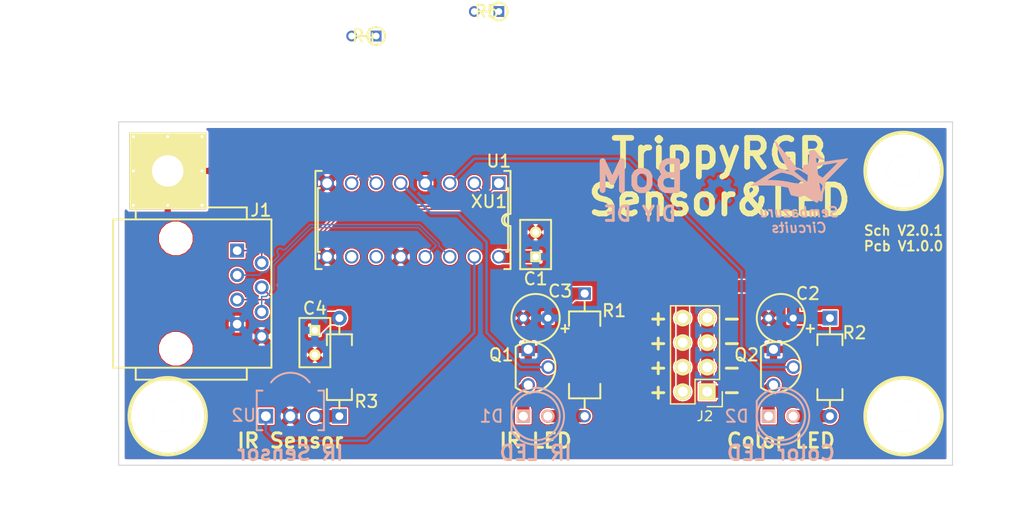
<source format=kicad_pcb>
(kicad_pcb (version 4) (host pcbnew 4.0.5)
  (title_block (date 2016-10-17) (rev 1.0.0))
  (layers (0 F.Cu signal) (31 B.Cu signal) (34 B.Paste user) (35 F.Paste user) (36 B.SilkS user) (37 F.SilkS user) (38 B.Mask user) (39 F.Mask user) (44 Edge.Cuts user))
  (net 0 "")
  (net 1 +5V)
  (net 2 GND)
  (net 3 "Net-(D1-Pad1)")
  (net 4 "Net-(D1-Pad2)")
  (net 5 "Net-(D2-Pad1)")
  (net 6 "Net-(D2-Pad2)")
  (net 7 /~IR_Osc+)
  (net 8 /~IR_Osc-)
  (net 9 /~Sensor+)
  (net 10 /LED+)
  (net 11 /LED-)
  (net 12 /~Sensor-)
  (net 13 /LED)
  (net 14 /~IR_Osc)
  (net 15 /~Sensor)
  (net 16 "Net-(R3-Pad1)")
  (module ipc-7251TH-non-standard:TO_VISHAY_TSOP3nnnnn (layer B.Cu) (at 132.08 114.3)
    (fp_text reference U2 (at -2.286 -0.092) (layer B.SilkS) (effects (font (size 1.27 1.27) (thickness 0.2032)) (justify mirror)))
    (fp_text value TSOP32138)
    (pad 1 thru_hole rect (at 0 0) (size 1.52 1.52) (drill 1.01) (layers *.Cu *.Mask) (net 15 /~Sensor))
    (pad 2 thru_hole circle (at 2.54 0) (size 1.52 1.52) (drill 1.01) (layers *.Cu *.Mask) (net 2 GND))
    (pad 3 thru_hole circle (at 5.08 0) (size 1.52 1.52) (drill 1.01) (layers *.Cu *.Mask) (net 16 "Net-(R3-Pad1)"))
  )
  (module ipc-7251TH-standard:RESAD1270W60L900D323 (layer F.Cu) (at 165.1 101.6 270)
    (fp_text reference R1 (at 1.778 -3.048 360) (layer F.SilkS) (effects (font (size 1.27 1.27) (thickness 0.2032))))
    (fp_text value "33Ω 1/2W")
    (pad 1 thru_hole rect (at 0 0 270) (size 1.28 1.28) (drill 0.85) (layers *.Cu *.Mask) (net 1 +5V))
    (pad 2 thru_hole circle (at 12.7 0 270) (size 1.28 1.28) (drill 0.85) (layers *.Cu *.Mask) (net 4 "Net-(D1-Pad2)"))
  )
  (module ipc-7251TH-standard:RESAD1016W56L681D259 (layer F.Cu) (at 190.5 109.22 270)
    (fp_text reference R2 (at -3.556 -2.54 360) (layer F.SilkS) (effects (font (size 1.27 1.27) (thickness 0.2032))))
    (fp_text value 180Ω)
    (pad 1 thru_hole rect (at -5.08 0 270) (size 1.53 1.53) (drill 0.8128) (layers *.Cu *.Mask) (net 1 +5V))
    (pad 2 thru_hole circle (at 5.08 0 270) (size 1.53 1.53) (drill 0.8128) (layers *.Cu *.Mask) (net 6 "Net-(D2-Pad2)"))
  )
  (module ipc-7251TH-standard:RESAD1016W56L681D259 (layer F.Cu) (at 139.7 109.22 90)
    (fp_text reference R3 (at -3.556 2.794 180) (layer F.SilkS) (effects (font (size 1.27 1.27) (thickness 0.2032))))
    (fp_text value 180Ω)
    (pad 1 thru_hole rect (at -5.08 0 90) (size 1.53 1.53) (drill 0.8128) (layers *.Cu *.Mask) (net 16 "Net-(R3-Pad1)"))
    (pad 2 thru_hole circle (at 5.08 0 90) (size 1.53 1.53) (drill 0.8128) (layers *.Cu *.Mask) (net 1 +5V))
  )
  (module ipc-7251TH-standard:LEDRD254W50D500H960P (layer B.Cu) (at 185.42 114.3)
    (fp_text reference D2 (at -4.572 0) (layer B.SilkS) (effects (font (size 1.27 1.27) (thickness 0.2032)) (justify mirror)))
    (fp_text value "RGB Slow Flashing")
    (pad 1 thru_hole rect (at -1.27 0) (size 1.4 1.4) (drill 0.93) (layers *.Cu *.Mask B.SilkS) (net 5 "Net-(D2-Pad1)"))
    (pad 2 thru_hole circle (at 1.27 0) (size 1.4 1.4) (drill 0.93) (layers *.Cu *.Mask B.SilkS) (net 6 "Net-(D2-Pad2)"))
  )
  (module ipc-7251TH-standard:LEDRD254W50D500H960P (layer B.Cu) (at 160.02 114.3)
    (fp_text reference D1 (at -4.572 0) (layer B.SilkS) (effects (font (size 1.27 1.27) (thickness 0.2032)) (justify mirror)))
    (fp_text value "IR 950nm")
    (pad 1 thru_hole rect (at -1.27 0) (size 1.4 1.4) (drill 0.93) (layers *.Cu *.Mask B.SilkS) (net 3 "Net-(D1-Pad1)"))
    (pad 2 thru_hole circle (at 1.27 0) (size 1.4 1.4) (drill 0.93) (layers *.Cu *.Mask B.SilkS) (net 4 "Net-(D1-Pad2)"))
  )
  (module ipc-7251TH-standard:CAPRR254W51L508T318H660P (layer F.Cu) (at 160.02 96.52 90)
    (fp_text reference C1 (at -3.556 0 360) (layer F.SilkS) (effects (font (size 1.27 1.27) (thickness 0.2032))))
    (fp_text value 0.1µF)
    (pad 1 thru_hole rect (at -1.27 0 90) (size 1.12014 1.12014) (drill 0.70104) (layers *.Cu *.Mask F.SilkS) (net 1 +5V))
    (pad 2 thru_hole circle (at 1.27 0 90) (size 1.19888 1.19888) (drill 0.70104) (layers *.Cu *.Mask F.SilkS) (net 2 GND))
  )
  (module Pin_Headers:Pin_Header_Straight_2x04 (layer F.Cu) (at 177.8 111.76 180)
    (fp_text reference J2 (at 0.254 -2.54 180) (layer F.SilkS))
    (fp_text value CONN_02X04)
    (pad 1 thru_hole rect (at 0 0 180) (size 1.7272 1.7272) (drill 1.016) (layers *.Cu *.Mask F.SilkS) (net 5 "Net-(D2-Pad1)"))
    (pad 2 thru_hole oval (at 2.54 0 180) (size 1.7272 1.7272) (drill 1.016) (layers *.Cu *.Mask F.SilkS) (net 1 +5V))
    (pad 3 thru_hole oval (at 0 2.54 180) (size 1.7272 1.7272) (drill 1.016) (layers *.Cu *.Mask F.SilkS) (net 5 "Net-(D2-Pad1)"))
    (pad 4 thru_hole oval (at 2.54 2.54 180) (size 1.7272 1.7272) (drill 1.016) (layers *.Cu *.Mask F.SilkS) (net 1 +5V))
    (pad 5 thru_hole oval (at 0 5.08 180) (size 1.7272 1.7272) (drill 1.016) (layers *.Cu *.Mask F.SilkS) (net 5 "Net-(D2-Pad1)"))
    (pad 6 thru_hole oval (at 2.54 5.08 180) (size 1.7272 1.7272) (drill 1.016) (layers *.Cu *.Mask F.SilkS) (net 1 +5V))
    (pad 7 thru_hole oval (at 0 7.62 180) (size 1.7272 1.7272) (drill 1.016) (layers *.Cu *.Mask F.SilkS) (net 5 "Net-(D2-Pad1)"))
    (pad 8 thru_hole oval (at 2.54 7.62 180) (size 1.7272 1.7272) (drill 1.016) (layers *.Cu *.Mask F.SilkS) (net 1 +5V))
  )
  (module ipc-7251TH-standard:MTGP794H326V8P (layer F.Cu) (at 121.92 88.9)
    (fp_text reference MH1 hide)
    (fp_text value "#4 PTH" hide)
    (pad 0 thru_hole rect (at 0 0) (size 7.94 7.94) (drill 3.26) (layers *.Cu *.Mask F.SilkS) (net 2 GND))
    (pad 0 thru_hole rect (at 0 3.556) (size 0.762 0.762) (drill 0.3048) (layers *.Cu *.Mask F.SilkS) (net 2 GND))
    (pad 0 thru_hole rect (at 3.556 3.556) (size 0.762 0.762) (drill 0.3048) (layers *.Cu *.Mask F.SilkS) (net 2 GND))
    (pad 0 thru_hole rect (at 3.556 0) (size 0.762 0.762) (drill 0.3048) (layers *.Cu *.Mask F.SilkS) (net 2 GND))
    (pad 0 thru_hole rect (at 3.556 -3.556) (size 0.762 0.762) (drill 0.3048) (layers *.Cu *.Mask F.SilkS) (net 2 GND))
    (pad 0 thru_hole rect (at 0 -3.556) (size 0.762 0.762) (drill 0.3048) (layers *.Cu *.Mask F.SilkS) (net 2 GND))
    (pad 0 thru_hole rect (at -3.556 -3.556) (size 0.762 0.762) (drill 0.3048) (layers *.Cu *.Mask F.SilkS) (net 2 GND))
    (pad 0 thru_hole rect (at -3.556 0) (size 0.762 0.762) (drill 0.3048) (layers *.Cu *.Mask F.SilkS) (net 2 GND))
    (pad 0 thru_hole rect (at -3.556 3.556) (size 0.762 0.762) (drill 0.3048) (layers *.Cu *.Mask F.SilkS) (net 2 GND))
  )
  (module ipc-7251TH-standard:MTGNP794H326Z794P (layer F.Cu) (at 198.12 114.3)
    (fp_text reference MH2 hide)
    (fp_text value "#4 NPTH" hide)
    (pad "" np_thru_hole circle (at 0 0) (size 3.26 3.26) (drill 3.26) (layers *.Cu *.Mask F.SilkS) (clearance 2.34))
  )
  (module ipc-7251TH-standard:MTGNP794H326Z794P (layer F.Cu) (at 121.92 114.3)
    (fp_text reference MH3 hide)
    (fp_text value "#4 NPTH" hide)
    (pad "" np_thru_hole circle (at 0 0) (size 3.26 3.26) (drill 3.26) (layers *.Cu *.Mask F.SilkS) (clearance 2.34))
  )
  (module ipc-7251TH-standard:MTGNP794H326Z794P (layer F.Cu) (at 198.12 88.9)
    (fp_text reference MH4 hide)
    (fp_text value "#4 NPTH" hide)
    (pad "" np_thru_hole circle (at 0 0) (size 3.26 3.26) (drill 3.26) (layers *.Cu *.Mask F.SilkS) (clearance 2.34))
  )
  (module ipc-7251TH-standard:TO92184P520H734-3 (layer F.Cu) (at 160.02 109.22 270)
    (fp_text reference Q1 (at -1.27 3.556 360) (layer F.SilkS) (effects (font (size 1.27 1.27) (thickness 0.2032))))
    (fp_text value VN3205)
    (pad 1 thru_hole rect (at -1.8415 0.7685 270) (size 1.41 1.41) (drill 0.94) (layers *.Cu *.Mask) (net 2 GND))
    (pad 2 thru_hole circle (at 0 -1.30175 270) (size 1.41 1.41) (drill 0.94) (layers *.Cu *.Mask) (net 14 /~IR_Osc))
    (pad 3 thru_hole circle (at 1.8415 0.7685 270) (size 1.41 1.41) (drill 0.94) (layers *.Cu *.Mask) (net 3 "Net-(D1-Pad1)"))
  )
  (module ipc-7251TH-standard:TO92184P520H734-3 (layer F.Cu) (at 185.42 109.22 270)
    (fp_text reference Q2 (at -1.27 3.556 360) (layer F.SilkS) (effects (font (size 1.27 1.27) (thickness 0.2032))))
    (fp_text value VN3205)
    (pad 1 thru_hole rect (at -1.8415 0.7685 270) (size 1.41 1.41) (drill 0.94) (layers *.Cu *.Mask) (net 2 GND))
    (pad 2 thru_hole circle (at 0 -1.30175 270) (size 1.41 1.41) (drill 0.94) (layers *.Cu *.Mask) (net 13 /LED))
    (pad 3 thru_hole circle (at 1.8415 0.7685 270) (size 1.41 1.41) (drill 0.94) (layers *.Cu *.Mask) (net 5 "Net-(D2-Pad1)"))
  )
  (module ipc-7251TH-standard:CAPRR254W51L508T318H660P (layer F.Cu) (at 137.16 106.68 270)
    (fp_text reference C4 (at -3.556 0 360) (layer F.SilkS) (effects (font (size 1.27 1.27) (thickness 0.2032))))
    (fp_text value 0.1µF)
    (pad 1 thru_hole rect (at -1.27 0 270) (size 1.12014 1.12014) (drill 0.70104) (layers *.Cu *.Mask F.SilkS) (net 1 +5V))
    (pad 2 thru_hole circle (at 1.27 0 270) (size 1.19888 1.19888) (drill 0.70104) (layers *.Cu *.Mask F.SilkS) (net 2 GND))
  )
  (module ipc-7251TH-standard:DIPS762W45P254L2019H508Q16 (layer F.Cu) (at 147.32 93.98 180)
    (fp_text reference U1 (at -8.89 6.096 180) (layer F.SilkS) (effects (font (size 1.27 1.27) (thickness 0.2032))))
    (fp_text value 75C1168)
    (pad 1 thru_hole rect (at -8.89 3.81 180) (size 1.4 1.4) (drill 1) (layers *.Cu *.Mask) (net 11 /LED-))
    (pad 2 thru_hole circle (at -6.35 3.81 180) (size 1.4 1.4) (drill 1) (layers *.Cu *.Mask) (net 10 /LED+))
    (pad 3 thru_hole circle (at -3.81 3.81 180) (size 1.4 1.4) (drill 1) (layers *.Cu *.Mask) (net 13 /LED))
    (pad 4 thru_hole circle (at -1.27 3.81 180) (size 1.4 1.4) (drill 1) (layers *.Cu *.Mask) (net 1 +5V))
    (pad 5 thru_hole circle (at 1.27 3.81 180) (size 1.4 1.4) (drill 1) (layers *.Cu *.Mask) (net 14 /~IR_Osc))
    (pad 6 thru_hole circle (at 3.81 3.81 180) (size 1.4 1.4) (drill 1) (layers *.Cu *.Mask) (net 7 /~IR_Osc+))
    (pad 7 thru_hole circle (at 6.35 3.81 180) (size 1.4 1.4) (drill 1) (layers *.Cu *.Mask) (net 8 /~IR_Osc-))
    (pad 8 thru_hole circle (at 8.89 3.81 180) (size 1.4 1.4) (drill 1) (layers *.Cu *.Mask) (net 2 GND))
    (pad 9 thru_hole circle (at 8.89 -3.81 180) (size 1.4 1.4) (drill 1) (layers *.Cu *.Mask) (net 2 GND))
    (pad 10 thru_hole circle (at 6.35 -3.81 180) (size 1.4 1.4) (drill 1) (layers *.Cu *.Mask))
    (pad 11 thru_hole circle (at 3.81 -3.81 180) (size 1.4 1.4) (drill 1) (layers *.Cu *.Mask))
    (pad 12 thru_hole circle (at 1.27 -3.81 180) (size 1.4 1.4) (drill 1) (layers *.Cu *.Mask) (net 2 GND))
    (pad 13 thru_hole circle (at -1.27 -3.81 180) (size 1.4 1.4) (drill 1) (layers *.Cu *.Mask) (net 12 /~Sensor-))
    (pad 14 thru_hole circle (at -3.81 -3.81 180) (size 1.4 1.4) (drill 1) (layers *.Cu *.Mask) (net 9 /~Sensor+))
    (pad 15 thru_hole circle (at -6.35 -3.81 180) (size 1.4 1.4) (drill 1) (layers *.Cu *.Mask) (net 15 /~Sensor))
    (pad 16 thru_hole circle (at -8.89 -3.81 180) (size 1.4 1.4) (drill 1) (layers *.Cu *.Mask) (net 1 +5V))
  )
  (module ipc-7251TH-standard:DIPfS794W45P254L1969H508Q16 (layer F.Cu) (at 147.32 93.98 180)
    (fp_text reference XU1 (at -7.874 1.905 360) (layer F.SilkS) (effects (font (size 1.27 1.27) (thickness 0.2032))))
    (fp_text value IC_Socket16)
  )
  (module ipc-7251TH-standard:CAPPRD254W50D500H850 (layer F.Cu) (at 160.02 104.14 180)
    (fp_text reference C3 (at -2.54 2.794 180) (layer F.SilkS) (effects (font (size 1.27 1.27) (thickness 0.2032))))
    (fp_text value 1µF)
    (fp_text user + (at -3.048 -1.016 180) (layer F.SilkS) (effects (font (thickness 0.2032))))
    (pad 1 thru_hole rect (at -1.27 0 180) (size 1.12 1.12) (drill 0.72) (layers *.Cu *.Mask) (net 1 +5V))
    (pad 2 thru_hole circle (at 1.27 0 180) (size 1.12 1.12) (drill 0.72) (layers *.Cu *.Mask) (net 2 GND))
  )
  (module ipc-7251TH-standard:CAPPRD254W50D500H850 (layer F.Cu) (at 185.42 104.14 180)
    (fp_text reference C2 (at -2.794 2.54 180) (layer F.SilkS) (effects (font (size 1.27 1.27) (thickness 0.2032))))
    (fp_text value 1µF)
    (fp_text user + (at -3.048 -1.016 180) (layer F.SilkS) (effects (font (thickness 0.2032))))
    (pad 1 thru_hole rect (at -1.27 0 180) (size 1.12 1.12) (drill 0.72) (layers *.Cu *.Mask) (net 1 +5V))
    (pad 2 thru_hole circle (at 1.27 0 180) (size 1.12 1.12) (drill 0.72) (layers *.Cu *.Mask) (net 2 GND))
  )
  (module ipc-7251TH-connectors:WURTH_615008144221 (layer F.Cu) (at 129.11 97.15 270)
    (fp_text reference J1 (at -4.186 -2.462 360) (layer F.SilkS) (effects (font (size 1.27 1.27) (thickness 0.2032))))
    (fp_text value RJ45-Unshielded)
    (pad 1 thru_hole rect (at 0 0 270) (size 1.44 1.44) (drill 0.9) (layers *.Cu *.Mask) (net 7 /~IR_Osc+))
    (pad 2 thru_hole circle (at 1.27 -2.54 270) (size 1.44 1.44) (drill 0.9) (layers *.Cu *.Mask) (net 8 /~IR_Osc-))
    (pad 3 thru_hole circle (at 2.54 0 270) (size 1.44 1.44) (drill 0.9) (layers *.Cu *.Mask) (net 9 /~Sensor+))
    (pad 4 thru_hole circle (at 3.81 -2.54 270) (size 1.44 1.44) (drill 0.9) (layers *.Cu *.Mask) (net 10 /LED+))
    (pad 5 thru_hole circle (at 5.08 0 270) (size 1.44 1.44) (drill 0.9) (layers *.Cu *.Mask) (net 11 /LED-))
    (pad 6 thru_hole circle (at 6.35 -2.54 270) (size 1.44 1.44) (drill 0.9) (layers *.Cu *.Mask) (net 12 /~Sensor-))
    (pad 7 thru_hole circle (at 7.62 0 270) (size 1.44 1.44) (drill 0.9) (layers *.Cu *.Mask) (net 1 +5V))
    (pad 8 thru_hole circle (at 8.89 -2.54 270) (size 1.44 1.44) (drill 0.9) (layers *.Cu *.Mask) (net 2 GND))
    (pad "" np_thru_hole circle (at 10.165 6.35 270) (size 3.17 3.17) (drill 3.17) (layers *.Cu *.Mask))
    (pad "" np_thru_hole circle (at -1.265 6.35 270) (size 3.17 3.17) (drill 3.17) (layers *.Cu *.Mask))
  )
  (module logos:OSHW_03mm_copper_noMask (layer B.Cu) (at 179.07 90.805 180)
    (fp_text reference G*** hide)
    (fp_text value LOGO hide)
    (fp_poly (pts (xy -1.01092 -1.4986) (xy -0.99314 -1.48844) (xy -0.95504 -1.46558) (xy -0.89916 -1.42748) (xy -0.83312 -1.3843) (xy -0.76708 -1.33858) (xy -0.7112 -1.30302) (xy -0.6731 -1.27762) (xy -0.65786 -1.27) (xy -0.65024 -1.27254) (xy -0.61722 -1.28778) (xy -0.57404 -1.31064) (xy -0.5461 -1.32588) (xy -0.50546 -1.34366) (xy -0.4826 -1.3462) (xy -0.48006 -1.34112) (xy -0.46482 -1.31064) (xy -0.44196 -1.25476) (xy -0.40894 -1.18364) (xy -0.37338 -1.09728) (xy -0.33528 -1.00584) (xy -0.29464 -0.9144) (xy -0.25908 -0.8255) (xy -0.22606 -0.74422) (xy -0.20066 -0.67818) (xy -0.18288 -0.635) (xy -0.17526 -0.61468) (xy -0.1778 -0.6096) (xy -0.19812 -0.58928) (xy -0.23622 -0.56388) (xy -0.31496 -0.49784) (xy -0.3937 -0.40132) (xy -0.43942 -0.2921) (xy -0.4572 -0.16764) (xy -0.44196 -0.05334) (xy -0.39878 0.05334) (xy -0.32258 0.1524) (xy -0.2286 0.22606) (xy -0.12192 0.27178) (xy 0 0.28702) (xy 0.1143 0.27432) (xy 0.22606 0.2286) (xy 0.32512 0.15494) (xy 0.3683 0.10668) (xy 0.42418 0.00762) (xy 0.4572 -0.09906) (xy 0.45974 -0.127) (xy 0.45466 -0.24384) (xy 0.42164 -0.3556) (xy 0.35814 -0.45466) (xy 0.27432 -0.53848) (xy 0.26162 -0.5461) (xy 0.22352 -0.57658) (xy 0.19558 -0.5969) (xy 0.17526 -0.61214) (xy 0.32512 -0.97282) (xy 0.34798 -1.0287) (xy 0.38862 -1.12776) (xy 0.42418 -1.21158) (xy 0.45466 -1.28016) (xy 0.47498 -1.32588) (xy 0.4826 -1.34366) (xy 0.4826 -1.34366) (xy 0.49784 -1.3462) (xy 0.52324 -1.33604) (xy 0.57404 -1.31318) (xy 0.60706 -1.2954) (xy 0.64516 -1.27762) (xy 0.66294 -1.27) (xy 0.67818 -1.27762) (xy 0.71374 -1.30048) (xy 0.76708 -1.33604) (xy 0.83312 -1.38176) (xy 0.89408 -1.4224) (xy 0.94996 -1.4605) (xy 0.9906 -1.4859) (xy 1.01092 -1.49606) (xy 1.01346 -1.49606) (xy 1.03124 -1.4859) (xy 1.06426 -1.4605) (xy 1.11252 -1.41478) (xy 1.1811 -1.3462) (xy 1.19126 -1.3335) (xy 1.24968 -1.27762) (xy 1.2954 -1.22936) (xy 1.32588 -1.1938) (xy 1.33858 -1.17856) (xy 1.33858 -1.17856) (xy 1.32842 -1.15824) (xy 1.30048 -1.1176) (xy 1.26492 -1.05918) (xy 1.2192 -0.99314) (xy 1.09982 -0.82042) (xy 1.16586 -0.65786) (xy 1.18618 -0.60706) (xy 1.21158 -0.5461) (xy 1.22936 -0.50292) (xy 1.23952 -0.48514) (xy 1.2573 -0.47752) (xy 1.30048 -0.46736) (xy 1.36652 -0.45466) (xy 1.44272 -0.43942) (xy 1.51638 -0.42672) (xy 1.58242 -0.41402) (xy 1.63068 -0.40386) (xy 1.65354 -0.40132) (xy 1.65862 -0.39624) (xy 1.6637 -0.38608) (xy 1.66624 -0.36322) (xy 1.66624 -0.32258) (xy 1.66878 -0.25908) (xy 1.66878 -0.16764) (xy 1.66878 -0.15748) (xy 1.66624 -0.07112) (xy 1.66624 0) (xy 1.6637 0.04318) (xy 1.66116 0.06096) (xy 1.66116 0.06096) (xy 1.6383 0.06604) (xy 1.59258 0.0762) (xy 1.52654 0.0889) (xy 1.4478 0.10414) (xy 1.44272 0.10668) (xy 1.36398 0.12192) (xy 1.2954 0.13462) (xy 1.24968 0.14478) (xy 1.2319 0.1524) (xy 1.22682 0.15748) (xy 1.21158 0.18796) (xy 1.18872 0.23622) (xy 1.16078 0.29718) (xy 1.13538 0.35814) (xy 1.11506 0.41402) (xy 1.09982 0.4572) (xy 1.09474 0.47498) (xy 1.09474 0.47498) (xy 1.10744 0.4953) (xy 1.13284 0.53594) (xy 1.17094 0.59182) (xy 1.2192 0.6604) (xy 1.22174 0.66548) (xy 1.26746 0.73152) (xy 1.30302 0.7874) (xy 1.32842 0.82804) (xy 1.33858 0.84582) (xy 1.33604 0.84836) (xy 1.32334 0.86614) (xy 1.28778 0.90424) (xy 1.23952 0.95504) (xy 1.1811 1.016) (xy 1.16332 1.03378) (xy 1.09728 1.09728) (xy 1.05156 1.13792) (xy 1.02362 1.16078) (xy 1.01092 1.16586) (xy 1.01092 1.16586) (xy 0.9906 1.15316) (xy 0.94742 1.12522) (xy 0.89154 1.08712) (xy 0.82296 1.0414) (xy 0.81788 1.03632) (xy 0.75184 0.9906) (xy 0.69596 0.95504) (xy 0.65786 0.9271) (xy 0.64008 0.91694) (xy 0.63754 0.91694) (xy 0.6096 0.92456) (xy 0.56134 0.94234) (xy 0.50292 0.9652) (xy 0.44196 0.9906) (xy 0.38608 1.01346) (xy 0.3429 1.03124) (xy 0.32512 1.04394) (xy 0.32258 1.04394) (xy 0.3175 1.06934) (xy 0.3048 1.1176) (xy 0.28956 1.18618) (xy 0.27432 1.27) (xy 0.27178 1.2827) (xy 0.25654 1.36144) (xy 0.24384 1.42748) (xy 0.23622 1.4732) (xy 0.23114 1.49098) (xy 0.21844 1.49352) (xy 0.18034 1.49606) (xy 0.12192 1.4986) (xy 0.0508 1.4986) (xy -0.0254 1.4986) (xy -0.09906 1.49606) (xy -0.16002 1.49606) (xy -0.20574 1.49098) (xy -0.22606 1.48844) (xy -0.22606 1.4859) (xy -0.23368 1.46304) (xy -0.24384 1.41224) (xy -0.25654 1.34366) (xy -0.27432 1.26238) (xy -0.27686 1.24714) (xy -0.2921 1.1684) (xy -0.3048 1.10236) (xy -0.31496 1.05664) (xy -0.32004 1.03886) (xy -0.32512 1.03632) (xy -0.35814 1.02108) (xy -0.41148 1.00076) (xy -0.47752 0.97282) (xy -0.62992 0.91186) (xy -0.81788 1.03886) (xy -0.83566 1.05156) (xy -0.9017 1.09728) (xy -0.95758 1.13538) (xy -0.99568 1.15824) (xy -1.01346 1.1684) (xy -1.01346 1.1684) (xy -1.03378 1.15062) (xy -1.06934 1.1176) (xy -1.12014 1.0668) (xy -1.17856 1.00838) (xy -1.22428 0.9652) (xy -1.27508 0.91186) (xy -1.3081 0.8763) (xy -1.32588 0.85344) (xy -1.33096 0.84074) (xy -1.33096 0.83058) (xy -1.31826 0.8128) (xy -1.29032 0.76962) (xy -1.25222 0.71374) (xy -1.2065 0.6477) (xy -1.1684 0.59182) (xy -1.12776 0.52832) (xy -1.10236 0.48514) (xy -1.0922 0.46228) (xy -1.09474 0.45212) (xy -1.10744 0.41656) (xy -1.1303 0.36068) (xy -1.15824 0.29464) (xy -1.22428 0.14732) (xy -1.3208 0.127) (xy -1.37922 0.11684) (xy -1.46304 0.1016) (xy -1.54178 0.08636) (xy -1.6637 0.06096) (xy -1.66878 -0.38862) (xy -1.64846 -0.39624) (xy -1.63068 -0.40132) (xy -1.58496 -0.41148) (xy -1.52146 -0.42418) (xy -1.44272 -0.43942) (xy -1.37922 -0.45212) (xy -1.31318 -0.46482) (xy -1.26492 -0.47244) (xy -1.2446 -0.47752) (xy -1.23952 -0.48514) (xy -1.22174 -0.51562) (xy -1.19888 -0.56642) (xy -1.17348 -0.62738) (xy -1.14554 -0.69088) (xy -1.12268 -0.7493) (xy -1.10744 -0.79502) (xy -1.09982 -0.81788) (xy -1.10998 -0.83566) (xy -1.13538 -0.87376) (xy -1.17094 -0.92964) (xy -1.21666 -0.99568) (xy -1.25984 -1.05918) (xy -1.29794 -1.1176) (xy -1.32334 -1.1557) (xy -1.33604 -1.17602) (xy -1.33096 -1.18872) (xy -1.30302 -1.2192) (xy -1.25476 -1.27) (xy -1.1811 -1.34366) (xy -1.1684 -1.35382) (xy -1.10998 -1.41224) (xy -1.06172 -1.45796) (xy -1.02616 -1.48844) (xy -1.01092 -1.4986)) (layer B.Cu) (width 0.00254))
  )
  (module logos:crane_0.40in_silkscreen (layer B.Cu) (at 187.325 88.9 180)
    (fp_text reference G*** hide)
    (fp_text value LOGO hide)
  )
  (module ipc-7251TH-standard:RESADV254W45L350D185 (layer F.Cu) (at 143.51 74.93 180)
    (fp_text reference R4 (at 1.27 0 180) (layer F.SilkS) (effects (font (size 1.27 1.27) (thickness 0.2032))))
    (fp_text value 100Ω)
    (pad 1 thru_hole rect (at 0 0 180) (size 1.10744 1.10744) (drill 0.70104) (layers *.Cu *.Mask) (net 7 /~IR_Osc+))
    (pad 2 thru_hole circle (at 2.54 0 180) (size 1.10744 1.10744) (drill 0.70104) (layers *.Cu *.Mask) (net 8 /~IR_Osc-))
  )
  (module ipc-7251TH-standard:RESADV254W45L350D185 (layer F.Cu) (at 156.21 72.39 180)
    (fp_text reference R5 (at 1.27 0 180) (layer F.SilkS) (effects (font (size 1.27 1.27) (thickness 0.2032))))
    (fp_text value 100Ω)
    (pad 1 thru_hole rect (at 0 0 180) (size 1.10744 1.10744) (drill 0.70104) (layers *.Cu *.Mask) (net 11 /LED-))
    (pad 2 thru_hole circle (at 2.54 0 180) (size 1.10744 1.10744) (drill 0.70104) (layers *.Cu *.Mask) (net 10 /LED+))
  )
  (gr_text "Color LED" (at 185.42 118.11) (layer B.SilkS) (effects (font (size 1.5 1.5) (thickness 0.3)) (justify mirror)))
  (gr_text "IR LED" (at 160.02 118.11) (layer B.SilkS) (effects (font (size 1.5 1.5) (thickness 0.3)) (justify mirror)))
  (gr_text "IR Sensor" (at 134.62 118.11) (layer B.SilkS) (effects (font (size 1.5 1.5) (thickness 0.3)) (justify mirror)))
  (gr_text "Color LED" (at 185.42 116.84) (layer F.SilkS) (effects (font (size 1.5 1.5) (thickness 0.3))))
  (gr_text "IR LED" (at 160.02 116.84) (layer F.SilkS) (effects (font (size 1.5 1.5) (thickness 0.3))))
  (gr_text "IR Sensor" (at 134.62 116.84) (layer F.SilkS) (effects (font (size 1.5 1.5) (thickness 0.3))))
  (gr_text - (at 180.34 111.76) (layer F.SilkS) (effects (font (size 1.5 1.5) (thickness 0.3))))
  (gr_text - (at 180.34 109.22) (layer F.SilkS) (effects (font (size 1.5 1.5) (thickness 0.3))))
  (gr_text - (at 180.34 106.68) (layer F.SilkS) (effects (font (size 1.5 1.5) (thickness 0.3))))
  (gr_text - (at 180.34 104.14) (layer F.SilkS) (effects (font (size 1.5 1.5) (thickness 0.3))))
  (gr_text + (at 172.72 111.76) (layer F.SilkS) (effects (font (size 1.5 1.5) (thickness 0.3))))
  (gr_text + (at 172.72 109.22) (layer F.SilkS) (effects (font (size 1.5 1.5) (thickness 0.3))))
  (gr_text + (at 172.72 106.68) (layer F.SilkS) (effects (font (size 1.5 1.5) (thickness 0.3))))
  (gr_text + (at 172.72 104.14) (layer F.SilkS) (effects (font (size 1.5 1.5) (thickness 0.3))))
  (gr_text "Sch V2.0.1\nPcb V1.0.0" (at 198.12 95.885) (layer F.SilkS) (effects (font (size 1 1) (thickness 0.2))))
  (gr_text "TrippyRGB\nSensor&LED" (at 179.07 89.535) (layer F.SilkS) (effects (font (size 3 3) (thickness 0.6))))
  (gr_text "Sembazuru\nCircuits" (at 187.325 93.98) (layer B.SilkS) (effects (font (size 1 1) (thickness 0.2) italic) (justify mirror)))
  (gr_text "DIY DE" (at 170.815 93.345) (layer B.SilkS) (effects (font (size 1.5 1.5) (thickness 0.3)) (justify mirror)))
  (gr_text BoM (at 170.815 89.535) (layer B.SilkS) (effects (font (size 3 3) (thickness 0.6)) (justify mirror)))
  (gr_line (start 116.84 83.82) (end 116.84 119.38) (angle 90) (layer Edge.Cuts) (width 0.1))
  (gr_line (start 203.2 83.82) (end 116.84 83.82) (angle 90) (layer Edge.Cuts) (width 0.1))
  (gr_line (start 203.2 119.38) (end 203.2 83.82) (angle 90) (layer Edge.Cuts) (width 0.1))
  (gr_line (start 116.84 119.38) (end 203.2 119.38) (angle 90) (layer Edge.Cuts) (width 0.1))
  (segment (start 175.26 106.68) (end 175.26 104.14) (width 1.27) (layer F.Cu) (net 1))
  (segment (start 175.26 109.22) (end 175.26 106.68) (width 1.27) (layer F.Cu) (net 1))
  (segment (start 165.1 101.6) (end 163.83 101.6) (width 1.27) (layer F.Cu) (net 1))
  (segment (start 163.83 101.6) (end 161.29 104.14) (width 1.27) (layer F.Cu) (net 1))
  (segment (start 156.21 97.79) (end 160.02 97.79) (width 1.27) (layer F.Cu) (net 1))
  (segment (start 139.7 104.14) (end 138.43 104.14) (width 1.27) (layer F.Cu) (net 1))
  (segment (start 138.43 104.14) (end 137.16 105.41) (width 1.27) (layer F.Cu) (net 1))
  (segment (start 175.26 104.14) (end 175.26 102.108) (width 1.27) (layer F.Cu) (net 1))
  (segment (start 175.26 102.108) (end 176.53 100.838) (width 1.27) (layer F.Cu) (net 1))
  (segment (start 176.53 100.838) (end 185.218 100.838) (width 1.27) (layer F.Cu) (net 1))
  (segment (start 185.218 100.838) (end 186.69 102.31) (width 1.27) (layer F.Cu) (net 1))
  (segment (start 186.69 102.31) (end 186.69 104.14) (width 1.27) (layer F.Cu) (net 1))
  (segment (start 175.26 111.76) (end 175.26 109.22) (width 1.27) (layer F.Cu) (net 1))
  (segment (start 186.69 104.14) (end 190.5 104.14) (width 1.27) (layer F.Cu) (net 1))
  (segment (start 158.75 114.3) (end 158.75 111.563) (width 1.27) (layer F.Cu) (net 3))
  (segment (start 158.75 111.563) (end 159.2515 111.0615) (width 1.27) (layer F.Cu) (net 3))
  (segment (start 165.1 114.3) (end 161.29 114.3) (width 1.27) (layer F.Cu) (net 4))
  (segment (start 177.8 106.68) (end 177.8 104.14) (width 1.27) (layer F.Cu) (net 5))
  (segment (start 177.8 109.22) (end 177.8 106.68) (width 1.27) (layer F.Cu) (net 5))
  (segment (start 177.8 111.76) (end 177.8 109.22) (width 1.27) (layer F.Cu) (net 5))
  (segment (start 177.8 111.76) (end 183.953 111.76) (width 1.27) (layer F.Cu) (net 5))
  (segment (start 183.953 111.76) (end 184.6515 111.0615) (width 1.27) (layer F.Cu) (net 5))
  (segment (start 183.946501 111.810501) (end 184.15 112.014) (width 1.27) (layer F.Cu) (net 5))
  (segment (start 184.15 112.014) (end 184.15 114.3) (width 1.27) (layer F.Cu) (net 5))
  (segment (start 184.6515 111.0615) (end 183.946501 111.766499) (width 1.27) (layer F.Cu) (net 5))
  (segment (start 183.946501 111.766499) (end 183.946501 111.810501) (width 1.27) (layer F.Cu) (net 5))
  (segment (start 190.5 114.3) (end 186.69 114.3) (width 1.27) (layer F.Cu) (net 6))
  (segment (start 129.11 97.15) (end 130.442929 97.15) (width 0.1524) (layer F.Cu) (net 7))
  (segment (start 142.398749 87.564243) (end 142.398749 89.058749) (width 0.1524) (layer F.Cu) (net 7))
  (segment (start 130.442929 97.15) (end 132.55625 95.036679) (width 0.1524) (layer F.Cu) (net 7))
  (segment (start 132.55625 95.036679) (end 132.55625 89.469244) (width 0.1524) (layer F.Cu) (net 7))
  (segment (start 132.55625 89.469244) (end 135.189244 86.83625) (width 0.1524) (layer F.Cu) (net 7))
  (segment (start 135.189244 86.83625) (end 141.670756 86.83625) (width 0.1524) (layer F.Cu) (net 7))
  (segment (start 141.670756 86.83625) (end 142.398749 87.564243) (width 0.1524) (layer F.Cu) (net 7))
  (segment (start 142.398749 89.058749) (end 143.51 90.17) (width 0.1524) (layer F.Cu) (net 7))
  (segment (start 131.65 98.42) (end 131.65 97.374506) (width 0.1524) (layer F.Cu) (net 8))
  (segment (start 132.708991 96.002469) (end 132.706899 95.983906) (width 0.1524) (layer F.Cu) (net 8))
  (segment (start 131.65 97.374506) (end 132.87375 96.150756) (width 0.1524) (layer F.Cu) (net 8))
  (segment (start 132.73831 95.485531) (end 132.754128 95.475592) (width 0.1524) (layer F.Cu) (net 8))
  (segment (start 132.87375 96.150756) (end 132.871659 96.132192) (width 0.1524) (layer F.Cu) (net 8))
  (segment (start 132.706899 95.983906) (end 132.706899 95.550756) (width 0.1524) (layer F.Cu) (net 8))
  (segment (start 132.87375 94.500756) (end 132.87375 89.600756) (width 0.1524) (layer F.Cu) (net 8))
  (segment (start 132.7251 96.03592) (end 132.715161 96.020102) (width 0.1524) (layer F.Cu) (net 8))
  (segment (start 132.871659 96.132192) (end 132.865489 96.114559) (width 0.1524) (layer F.Cu) (net 8))
  (segment (start 132.87375 89.600756) (end 135.320756 87.15375) (width 0.1524) (layer F.Cu) (net 8))
  (segment (start 132.865489 96.114559) (end 132.85555 96.098741) (width 0.1524) (layer F.Cu) (net 8))
  (segment (start 132.771761 96.065239) (end 132.754128 96.059069) (width 0.1524) (layer F.Cu) (net 8))
  (segment (start 132.85555 96.098741) (end 132.84234 96.085531) (width 0.1524) (layer F.Cu) (net 8))
  (segment (start 132.73831 96.04913) (end 132.7251 96.03592) (width 0.1524) (layer F.Cu) (net 8))
  (segment (start 133.733079 95.033999) (end 133.710891 94.97059) (width 0.1524) (layer F.Cu) (net 8))
  (segment (start 132.84234 96.085531) (end 132.826522 96.075592) (width 0.1524) (layer F.Cu) (net 8))
  (segment (start 133.67515 95.287802) (end 133.710891 95.230921) (width 0.1524) (layer F.Cu) (net 8))
  (segment (start 132.826522 96.075592) (end 132.808889 96.069422) (width 0.1524) (layer F.Cu) (net 8))
  (segment (start 132.754128 96.059069) (end 132.73831 96.04913) (width 0.1524) (layer F.Cu) (net 8))
  (segment (start 133.627647 94.866206) (end 133.570766 94.830465) (width 0.1524) (layer F.Cu) (net 8))
  (segment (start 132.808889 96.069422) (end 132.771761 96.065239) (width 0.1524) (layer F.Cu) (net 8))
  (segment (start 133.710891 94.97059) (end 133.67515 94.913709) (width 0.1524) (layer F.Cu) (net 8))
  (segment (start 133.710891 95.230921) (end 133.733079 95.167512) (width 0.1524) (layer F.Cu) (net 8))
  (segment (start 133.570766 95.371046) (end 133.627647 95.335305) (width 0.1524) (layer F.Cu) (net 8))
  (segment (start 132.771761 95.469422) (end 132.790325 95.467331) (width 0.1524) (layer F.Cu) (net 8))
  (segment (start 132.715161 96.020102) (end 132.708991 96.002469) (width 0.1524) (layer F.Cu) (net 8))
  (segment (start 142.081251 87.695757) (end 142.081251 89.058749) (width 0.1524) (layer F.Cu) (net 8))
  (segment (start 132.706899 95.550756) (end 132.708991 95.532192) (width 0.1524) (layer F.Cu) (net 8))
  (segment (start 133.440601 94.800756) (end 133.17375 94.800756) (width 0.1524) (layer F.Cu) (net 8))
  (segment (start 142.081251 89.058749) (end 140.97 90.17) (width 0.1524) (layer F.Cu) (net 8))
  (segment (start 132.708991 95.532192) (end 132.715161 95.514559) (width 0.1524) (layer F.Cu) (net 8))
  (segment (start 133.043584 94.771046) (end 132.986703 94.735305) (width 0.1524) (layer F.Cu) (net 8))
  (segment (start 132.715161 95.514559) (end 132.7251 95.498741) (width 0.1524) (layer F.Cu) (net 8))
  (segment (start 133.733079 95.167512) (end 133.740601 95.100756) (width 0.1524) (layer F.Cu) (net 8))
  (segment (start 132.87375 95.400756) (end 133.440601 95.400756) (width 0.1524) (layer F.Cu) (net 8))
  (segment (start 132.7251 95.498741) (end 132.73831 95.485531) (width 0.1524) (layer F.Cu) (net 8))
  (segment (start 133.440601 95.400756) (end 133.507357 95.393234) (width 0.1524) (layer F.Cu) (net 8))
  (segment (start 132.754128 95.475592) (end 132.771761 95.469422) (width 0.1524) (layer F.Cu) (net 8))
  (segment (start 132.903459 94.630921) (end 132.881271 94.567512) (width 0.1524) (layer F.Cu) (net 8))
  (segment (start 132.790325 95.467331) (end 132.87375 95.467331) (width 0.1524) (layer F.Cu) (net 8))
  (segment (start 132.87375 95.467331) (end 132.87375 95.400756) (width 0.1524) (layer F.Cu) (net 8))
  (segment (start 133.507357 95.393234) (end 133.570766 95.371046) (width 0.1524) (layer F.Cu) (net 8))
  (segment (start 133.627647 95.335305) (end 133.67515 95.287802) (width 0.1524) (layer F.Cu) (net 8))
  (segment (start 133.67515 94.913709) (end 133.627647 94.866206) (width 0.1524) (layer F.Cu) (net 8))
  (segment (start 132.881271 94.567512) (end 132.87375 94.500756) (width 0.1524) (layer F.Cu) (net 8))
  (segment (start 133.740601 95.100756) (end 133.733079 95.033999) (width 0.1524) (layer F.Cu) (net 8))
  (segment (start 133.570766 94.830465) (end 133.507357 94.808277) (width 0.1524) (layer F.Cu) (net 8))
  (segment (start 133.507357 94.808277) (end 133.440601 94.800756) (width 0.1524) (layer F.Cu) (net 8))
  (segment (start 133.17375 94.800756) (end 133.106993 94.793234) (width 0.1524) (layer F.Cu) (net 8))
  (segment (start 133.106993 94.793234) (end 133.043584 94.771046) (width 0.1524) (layer F.Cu) (net 8))
  (segment (start 132.986703 94.735305) (end 132.9392 94.687802) (width 0.1524) (layer F.Cu) (net 8))
  (segment (start 132.9392 94.687802) (end 132.903459 94.630921) (width 0.1524) (layer F.Cu) (net 8))
  (segment (start 135.320756 87.15375) (end 141.539244 87.15375) (width 0.1524) (layer F.Cu) (net 8))
  (segment (start 141.539244 87.15375) (end 142.081251 87.695757) (width 0.1524) (layer F.Cu) (net 8))
  (segment (start 129.11 99.69) (end 131.425494 99.69) (width 0.1524) (layer B.Cu) (net 9))
  (segment (start 131.425494 99.69) (end 131.746893 99.368601) (width 0.1524) (layer B.Cu) (net 9))
  (segment (start 132.105329 99.368601) (end 132.598601 98.875329) (width 0.1524) (layer B.Cu) (net 9))
  (segment (start 131.746893 99.368601) (end 132.105329 99.368601) (width 0.1524) (layer B.Cu) (net 9))
  (segment (start 132.598601 98.875329) (end 132.598601 98.516893) (width 0.1524) (layer B.Cu) (net 9))
  (segment (start 133.650211 96.929589) (end 133.703508 96.955257) (width 0.1524) (layer B.Cu) (net 9))
  (segment (start 133.401208 97.63278) (end 133.401208 97.573624) (width 0.1524) (layer B.Cu) (net 9))
  (segment (start 133.401208 97.573624) (end 133.388043 97.515952) (width 0.1524) (layer B.Cu) (net 9))
  (segment (start 148.020756 94.45625) (end 150.018749 96.454243) (width 0.1524) (layer B.Cu) (net 9))
  (segment (start 132.598601 98.516893) (end 133.325494 97.79) (width 0.1524) (layer B.Cu) (net 9))
  (segment (start 133.325494 97.79) (end 133.362378 97.74375) (width 0.1524) (layer B.Cu) (net 9))
  (segment (start 133.90698 97.067855) (end 133.966136 97.067855) (width 0.1524) (layer B.Cu) (net 9))
  (segment (start 133.388043 97.690454) (end 133.401208 97.63278) (width 0.1524) (layer B.Cu) (net 9))
  (segment (start 133.362378 97.74375) (end 133.388043 97.690454) (width 0.1524) (layer B.Cu) (net 9))
  (segment (start 133.74976 96.99214) (end 133.796009 97.029024) (width 0.1524) (layer B.Cu) (net 9))
  (segment (start 133.966136 97.067855) (end 134.02381 97.05469) (width 0.1524) (layer B.Cu) (net 9))
  (segment (start 133.849308 97.05469) (end 133.90698 97.067855) (width 0.1524) (layer B.Cu) (net 9))
  (segment (start 133.28861 97.089057) (end 133.325494 97.042806) (width 0.1524) (layer B.Cu) (net 9))
  (segment (start 133.288611 97.370153) (end 133.262943 97.316856) (width 0.1524) (layer B.Cu) (net 9))
  (segment (start 133.388043 97.515952) (end 133.362377 97.462654) (width 0.1524) (layer B.Cu) (net 9))
  (segment (start 133.262943 97.316856) (end 133.24978 97.259182) (width 0.1524) (layer B.Cu) (net 9))
  (segment (start 133.362377 97.462654) (end 133.325493 97.416404) (width 0.1524) (layer B.Cu) (net 9))
  (segment (start 133.325493 97.416404) (end 133.288611 97.370153) (width 0.1524) (layer B.Cu) (net 9))
  (segment (start 133.24978 97.259182) (end 133.24978 97.200026) (width 0.1524) (layer B.Cu) (net 9))
  (segment (start 133.24978 97.200026) (end 133.262943 97.142354) (width 0.1524) (layer B.Cu) (net 9))
  (segment (start 133.592538 96.916426) (end 133.650211 96.929589) (width 0.1524) (layer B.Cu) (net 9))
  (segment (start 133.262943 97.142354) (end 133.28861 97.089057) (width 0.1524) (layer B.Cu) (net 9))
  (segment (start 134.077107 97.029023) (end 134.123356 96.992141) (width 0.1524) (layer B.Cu) (net 9))
  (segment (start 133.325494 97.042806) (end 133.376161 96.99214) (width 0.1524) (layer B.Cu) (net 9))
  (segment (start 136.659244 94.45625) (end 148.020756 94.45625) (width 0.1524) (layer B.Cu) (net 9))
  (segment (start 133.703508 96.955257) (end 133.74976 96.99214) (width 0.1524) (layer B.Cu) (net 9))
  (segment (start 133.376161 96.99214) (end 133.422412 96.955256) (width 0.1524) (layer B.Cu) (net 9))
  (segment (start 133.422412 96.955256) (end 133.475709 96.929589) (width 0.1524) (layer B.Cu) (net 9))
  (segment (start 133.475709 96.929589) (end 133.533382 96.916426) (width 0.1524) (layer B.Cu) (net 9))
  (segment (start 133.796009 97.029024) (end 133.849308 97.05469) (width 0.1524) (layer B.Cu) (net 9))
  (segment (start 134.02381 97.05469) (end 134.077107 97.029023) (width 0.1524) (layer B.Cu) (net 9))
  (segment (start 133.533382 96.916426) (end 133.592538 96.916426) (width 0.1524) (layer B.Cu) (net 9))
  (segment (start 150.018749 96.678749) (end 151.13 97.79) (width 0.1524) (layer B.Cu) (net 9))
  (segment (start 134.123356 96.992141) (end 134.244731 96.870763) (width 0.1524) (layer B.Cu) (net 9))
  (segment (start 134.244731 96.870763) (end 136.659244 94.45625) (width 0.1524) (layer B.Cu) (net 9))
  (segment (start 150.018749 96.454243) (end 150.018749 96.678749) (width 0.1524) (layer B.Cu) (net 9))
  (segment (start 133.802379 101.22826) (end 133.760494 101.175736) (width 0.1524) (layer F.Cu) (net 10))
  (segment (start 135.723729 99.562487) (end 135.701541 99.499078) (width 0.1524) (layer F.Cu) (net 10))
  (segment (start 131.65 100.96) (end 132.602501 101.912501) (width 0.1524) (layer F.Cu) (net 10))
  (segment (start 134.803866 99.029244) (end 134.811388 98.962487) (width 0.1524) (layer F.Cu) (net 10))
  (segment (start 133.953263 100.519978) (end 134.184759 100.751474) (width 0.1524) (layer F.Cu) (net 10))
  (segment (start 133.487113 100.89172) (end 133.457965 100.831194) (width 0.1524) (layer F.Cu) (net 10))
  (segment (start 133.447993 101.912501) (end 133.760494 101.6) (width 0.1524) (layer F.Cu) (net 10))
  (segment (start 135.03711 99.321722) (end 134.973701 99.299534) (width 0.1524) (layer F.Cu) (net 10))
  (segment (start 133.457965 100.831194) (end 133.443016 100.765699) (width 0.1524) (layer F.Cu) (net 10))
  (segment (start 132.602501 101.912501) (end 133.447993 101.912501) (width 0.1524) (layer F.Cu) (net 10))
  (segment (start 133.760494 101.6) (end 133.80238 101.547478) (width 0.1524) (layer F.Cu) (net 10))
  (segment (start 133.840215 100.448945) (end 133.90074 100.478093) (width 0.1524) (layer F.Cu) (net 10))
  (segment (start 154.781251 91.374243) (end 154.781251 91.281251) (width 0.1524) (layer F.Cu) (net 10))
  (segment (start 135.498007 98.721722) (end 135.561416 98.699534) (width 0.1524) (layer F.Cu) (net 10))
  (segment (start 134.833576 98.899078) (end 134.869317 98.842197) (width 0.1524) (layer F.Cu) (net 10))
  (segment (start 133.80238 101.547478) (end 133.831526 101.486953) (width 0.1524) (layer F.Cu) (net 10))
  (segment (start 133.846475 101.35428) (end 133.831527 101.288785) (width 0.1524) (layer F.Cu) (net 10))
  (segment (start 133.487113 100.5725) (end 133.528999 100.519977) (width 0.1524) (layer F.Cu) (net 10))
  (segment (start 133.707542 100.433996) (end 133.77472 100.433997) (width 0.1524) (layer F.Cu) (net 10))
  (segment (start 133.831526 101.486953) (end 133.846476 101.421458) (width 0.1524) (layer F.Cu) (net 10))
  (segment (start 133.760494 101.175736) (end 133.528999 100.944241) (width 0.1524) (layer F.Cu) (net 10))
  (segment (start 133.528999 100.944241) (end 133.487113 100.89172) (width 0.1524) (layer F.Cu) (net 10))
  (segment (start 133.831527 101.288785) (end 133.802379 101.22826) (width 0.1524) (layer F.Cu) (net 10))
  (segment (start 135.561416 99.358953) (end 135.498007 99.336765) (width 0.1524) (layer F.Cu) (net 10))
  (segment (start 133.846476 101.421458) (end 133.846475 101.35428) (width 0.1524) (layer F.Cu) (net 10))
  (segment (start 135.73125 98.429244) (end 135.73125 97.089244) (width 0.1524) (layer F.Cu) (net 10))
  (segment (start 135.103866 98.729244) (end 135.43125 98.729244) (width 0.1524) (layer F.Cu) (net 10))
  (segment (start 135.6658 99.442197) (end 135.618297 99.394694) (width 0.1524) (layer F.Cu) (net 10))
  (segment (start 133.443016 100.765699) (end 133.443016 100.698521) (width 0.1524) (layer F.Cu) (net 10))
  (segment (start 133.443016 100.698521) (end 133.457965 100.633026) (width 0.1524) (layer F.Cu) (net 10))
  (segment (start 133.457965 100.633026) (end 133.487113 100.5725) (width 0.1524) (layer F.Cu) (net 10))
  (segment (start 135.701541 98.559409) (end 135.723729 98.496) (width 0.1524) (layer F.Cu) (net 10))
  (segment (start 134.556502 100.793358) (end 134.609022 100.751473) (width 0.1524) (layer F.Cu) (net 10))
  (segment (start 135.618297 98.663793) (end 135.6658 98.61629) (width 0.1524) (layer F.Cu) (net 10))
  (segment (start 134.430481 100.837455) (end 134.495976 100.822506) (width 0.1524) (layer F.Cu) (net 10))
  (segment (start 134.495976 100.822506) (end 134.556502 100.793358) (width 0.1524) (layer F.Cu) (net 10))
  (segment (start 133.528999 100.519977) (end 133.581522 100.478092) (width 0.1524) (layer F.Cu) (net 10))
  (segment (start 133.581522 100.478092) (end 133.642047 100.448946) (width 0.1524) (layer F.Cu) (net 10))
  (segment (start 134.833576 99.159409) (end 134.811388 99.096) (width 0.1524) (layer F.Cu) (net 10))
  (segment (start 133.642047 100.448946) (end 133.707542 100.433996) (width 0.1524) (layer F.Cu) (net 10))
  (segment (start 134.363303 100.837455) (end 134.430481 100.837455) (width 0.1524) (layer F.Cu) (net 10))
  (segment (start 135.03711 98.736765) (end 135.103866 98.729244) (width 0.1524) (layer F.Cu) (net 10))
  (segment (start 134.869317 98.842197) (end 134.91682 98.794694) (width 0.1524) (layer F.Cu) (net 10))
  (segment (start 133.77472 100.433997) (end 133.840215 100.448945) (width 0.1524) (layer F.Cu) (net 10))
  (segment (start 133.90074 100.478093) (end 133.953263 100.519978) (width 0.1524) (layer F.Cu) (net 10))
  (segment (start 134.184759 100.751474) (end 134.237282 100.793358) (width 0.1524) (layer F.Cu) (net 10))
  (segment (start 135.498007 99.336765) (end 135.43125 99.329244) (width 0.1524) (layer F.Cu) (net 10))
  (segment (start 134.237282 100.793358) (end 134.297808 100.822506) (width 0.1524) (layer F.Cu) (net 10))
  (segment (start 134.297808 100.822506) (end 134.363303 100.837455) (width 0.1524) (layer F.Cu) (net 10))
  (segment (start 134.609022 100.751473) (end 134.715086 100.645408) (width 0.1524) (layer F.Cu) (net 10))
  (segment (start 134.715086 100.645408) (end 135.73125 99.629244) (width 0.1524) (layer F.Cu) (net 10))
  (segment (start 135.618297 99.394694) (end 135.561416 99.358953) (width 0.1524) (layer F.Cu) (net 10))
  (segment (start 135.73125 99.629244) (end 135.723729 99.562487) (width 0.1524) (layer F.Cu) (net 10))
  (segment (start 135.701541 99.499078) (end 135.6658 99.442197) (width 0.1524) (layer F.Cu) (net 10))
  (segment (start 135.43125 99.329244) (end 135.103866 99.329244) (width 0.1524) (layer F.Cu) (net 10))
  (segment (start 135.103866 99.329244) (end 135.03711 99.321722) (width 0.1524) (layer F.Cu) (net 10))
  (segment (start 134.973701 99.299534) (end 134.91682 99.263793) (width 0.1524) (layer F.Cu) (net 10))
  (segment (start 134.91682 99.263793) (end 134.869317 99.21629) (width 0.1524) (layer F.Cu) (net 10))
  (segment (start 134.869317 99.21629) (end 134.833576 99.159409) (width 0.1524) (layer F.Cu) (net 10))
  (segment (start 134.811388 99.096) (end 134.803866 99.029244) (width 0.1524) (layer F.Cu) (net 10))
  (segment (start 134.973701 98.758953) (end 135.03711 98.736765) (width 0.1524) (layer F.Cu) (net 10))
  (segment (start 134.811388 98.962487) (end 134.833576 98.899078) (width 0.1524) (layer F.Cu) (net 10))
  (segment (start 134.91682 98.794694) (end 134.973701 98.758953) (width 0.1524) (layer F.Cu) (net 10))
  (segment (start 135.43125 98.729244) (end 135.498007 98.721722) (width 0.1524) (layer F.Cu) (net 10))
  (segment (start 135.561416 98.699534) (end 135.618297 98.663793) (width 0.1524) (layer F.Cu) (net 10))
  (segment (start 135.6658 98.61629) (end 135.701541 98.559409) (width 0.1524) (layer F.Cu) (net 10))
  (segment (start 135.723729 98.496) (end 135.73125 98.429244) (width 0.1524) (layer F.Cu) (net 10))
  (segment (start 135.73125 97.089244) (end 140.269244 92.55125) (width 0.1524) (layer F.Cu) (net 10))
  (segment (start 140.269244 92.55125) (end 153.604244 92.55125) (width 0.1524) (layer F.Cu) (net 10))
  (segment (start 153.604244 92.55125) (end 154.781251 91.374243) (width 0.1524) (layer F.Cu) (net 10))
  (segment (start 154.781251 91.281251) (end 153.67 90.17) (width 0.1524) (layer F.Cu) (net 10))
  (segment (start 156.21 90.17) (end 155.098749 91.281251) (width 0.1524) (layer F.Cu) (net 11))
  (segment (start 155.098749 91.281251) (end 155.098749 91.505757) (width 0.1524) (layer F.Cu) (net 11))
  (segment (start 155.098749 91.505757) (end 153.735756 92.86875) (width 0.1524) (layer F.Cu) (net 11))
  (segment (start 153.735756 92.86875) (end 140.400756 92.86875) (width 0.1524) (layer F.Cu) (net 11))
  (segment (start 140.400756 92.86875) (end 136.04875 97.220756) (width 0.1524) (layer F.Cu) (net 11))
  (segment (start 136.04875 97.220756) (end 136.04875 99.760756) (width 0.1524) (layer F.Cu) (net 11))
  (segment (start 136.04875 99.760756) (end 133.579506 102.23) (width 0.1524) (layer F.Cu) (net 11))
  (segment (start 133.579506 102.23) (end 133.397755 102.23) (width 0.1524) (layer F.Cu) (net 11))
  (segment (start 133.397755 102.23) (end 129.11 102.23) (width 0.1524) (layer F.Cu) (net 11))
  (segment (start 147.889244 94.77375) (end 149.701251 96.585757) (width 0.1524) (layer B.Cu) (net 12))
  (segment (start 149.701251 96.585757) (end 149.701251 96.678749) (width 0.1524) (layer B.Cu) (net 12))
  (segment (start 149.701251 96.678749) (end 148.59 97.79) (width 0.1524) (layer B.Cu) (net 12))
  (segment (start 136.790756 94.77375) (end 147.889244 94.77375) (width 0.1524) (layer B.Cu) (net 12))
  (segment (start 132.916092 101.097838) (end 132.916092 98.648414) (width 0.1524) (layer B.Cu) (net 12))
  (segment (start 132.916092 98.648414) (end 136.790756 94.77375) (width 0.1524) (layer B.Cu) (net 12))
  (segment (start 131.65 103.5) (end 131.65 101.908601) (width 0.1524) (layer B.Cu) (net 12))
  (segment (start 131.65 101.908601) (end 132.105329 101.908601) (width 0.1524) (layer B.Cu) (net 12))
  (segment (start 132.105329 101.908601) (end 132.916092 101.097838) (width 0.1524) (layer B.Cu) (net 12))
  (segment (start 151.13 90.17) (end 153.67 87.63) (width 0.254) (layer B.Cu) (net 13))
  (segment (start 153.67 87.63) (end 169.672 87.63) (width 0.254) (layer B.Cu) (net 13))
  (segment (start 169.672 87.63) (end 181.356 99.314) (width 0.254) (layer B.Cu) (net 13))
  (segment (start 181.356 107.188) (end 183.388 109.22) (width 0.254) (layer B.Cu) (net 13))
  (segment (start 181.356 99.314) (end 181.356 107.188) (width 0.254) (layer B.Cu) (net 13))
  (segment (start 183.388 109.22) (end 186.72175 109.22) (width 0.254) (layer B.Cu) (net 13))
  (segment (start 146.05 90.17) (end 149.188786 93.308786) (width 0.254) (layer B.Cu) (net 14))
  (segment (start 149.188786 93.308786) (end 151.989212 93.308786) (width 0.254) (layer B.Cu) (net 14))
  (segment (start 151.989212 93.308786) (end 154.94 96.259574) (width 0.254) (layer B.Cu) (net 14))
  (segment (start 154.94 96.259574) (end 154.94 105.664) (width 0.254) (layer B.Cu) (net 14))
  (segment (start 154.94 105.664) (end 158.496 109.22) (width 0.254) (layer B.Cu) (net 14))
  (segment (start 158.496 109.22) (end 161.32175 109.22) (width 0.254) (layer B.Cu) (net 14))
  (segment (start 132.08 115.57) (end 132.08 115.914) (width 0.254) (layer B.Cu) (net 15))
  (segment (start 132.08 114.9) (end 132.08 115.57) (width 0.254) (layer B.Cu) (net 15))
  (segment (start 132.08 115.57) (end 132.08 114.3) (width 0.254) (layer B.Cu) (net 15))
  (segment (start 142.494 116.84) (end 153.67 105.664) (width 0.254) (layer B.Cu) (net 15))
  (segment (start 153.67 105.664) (end 153.67 97.79) (width 0.254) (layer B.Cu) (net 15))
  (segment (start 133.006 116.84) (end 142.494 116.84) (width 0.254) (layer B.Cu) (net 15))
  (segment (start 132.08 115.914) (end 133.006 116.84) (width 0.254) (layer B.Cu) (net 15))
  (segment (start 139.7 114.3) (end 137.16 114.3) (width 1.27) (layer F.Cu) (net 16))
  (zone (net 1) (net_name +5V) (layer B.Cu) (connect_pads (clearance 0.254)) (min_thickness 0.254) (fill yes (arc_segments 16) (thermal_gap 0.508) (thermal_bridge_width 0.762))
    (polygon (pts (xy 117.475 84.455) (xy 202.565 84.455) (xy 202.565 118.745) (xy 117.475 118.745)))
  )
  (zone (net 0) (net_name "") (layer B.Cu) (connect_pads (clearance 0.508)) (min_thickness 0.254)
    (keepout (tracks allowed) (vias allowed) (copperpour not_allowed))
    (fill yes (arc_segments 16) (thermal_gap 0.508) (thermal_bridge_width 0.508))
    (polygon (pts (xy 173.99 102.87) (xy 176.53 102.87) (xy 176.53 113.03) (xy 173.99 113.03)))
  )
  (zone (net 0) (net_name "") (layer B.Cu) (connect_pads (clearance 0.508)) (min_thickness 0.254)
    (keepout (tracks allowed) (vias allowed) (copperpour not_allowed))
    (fill yes (arc_segments 16) (thermal_gap 0.508) (thermal_bridge_width 0.508))
    (polygon (pts (xy 189.23 102.87) (xy 191.77 102.87) (xy 191.77 105.41) (xy 189.23 105.41)))
  )
  (zone (net 0) (net_name "") (layer B.Cu) (connect_pads (clearance 0.508)) (min_thickness 0.254)
    (keepout (tracks allowed) (vias allowed) (copperpour not_allowed))
    (fill yes (arc_segments 16) (thermal_gap 0.508) (thermal_bridge_width 0.508))
    (polygon (pts (xy 163.83 100.33) (xy 166.37 100.33) (xy 166.37 102.87) (xy 163.83 102.87)))
  )
  (zone (net 0) (net_name "") (layer B.Cu) (connect_pads (clearance 0.508)) (min_thickness 0.254)
    (keepout (tracks allowed) (vias allowed) (copperpour not_allowed))
    (fill yes (arc_segments 16) (thermal_gap 0.508) (thermal_bridge_width 0.508))
    (polygon (pts (xy 138.43 102.87) (xy 140.97 102.87) (xy 140.97 105.41) (xy 138.43 105.41)))
  )
  (zone (net 0) (net_name "") (layer B.Cu) (connect_pads (clearance 0.508)) (min_thickness 0.254)
    (keepout (tracks allowed) (vias allowed) (copperpour not_allowed))
    (fill yes (arc_segments 16) (thermal_gap 0.508) (thermal_bridge_width 0.508))
    (polygon (pts (xy 154.94 96.52) (xy 157.48 96.52) (xy 157.48 99.06) (xy 154.94 99.06)))
  )
  (zone (net 2) (net_name GND) (layer F.Cu) (connect_pads (clearance 0.1524)) (min_thickness 0.254) (fill yes (arc_segments 16) (thermal_gap 0.254) (thermal_bridge_width 0.762))
    (polygon (pts (xy 117.475 118.745) (xy 202.565 118.745) (xy 202.565 84.455) (xy 117.475 84.455)))
  )
)
</source>
